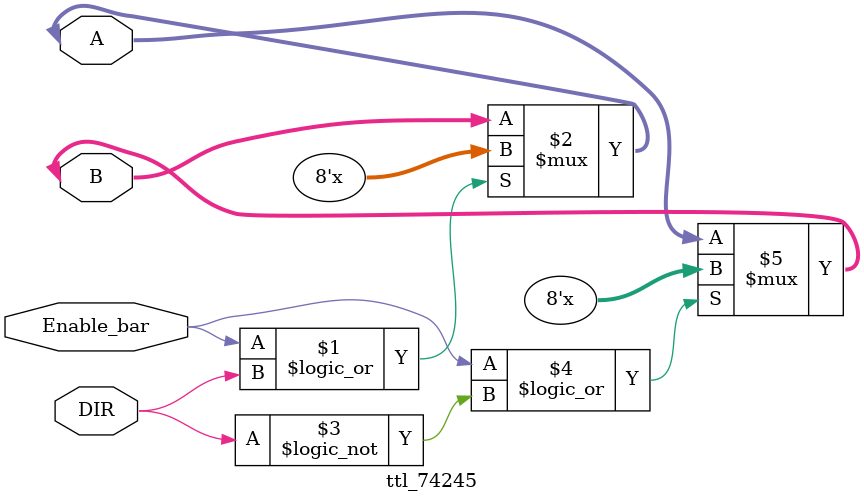
<source format=v>
`default_nettype none
`timescale 1ns/1ns

module ttl_74245 #(parameter DELAY_RISE = 12, DELAY_FALL = 12)
(
    input wire DIR,
    input wire Enable_bar,
    inout wire [7:0] A,
    inout wire [7:0] B
);
    assign #(DELAY_RISE,DELAY_FALL) A = (Enable_bar ||  DIR) ? 8'hzz : B; //B->A
    assign #(DELAY_RISE,DELAY_FALL) B = (Enable_bar || !DIR) ? 8'hzz : A; //A->B
endmodule

</source>
